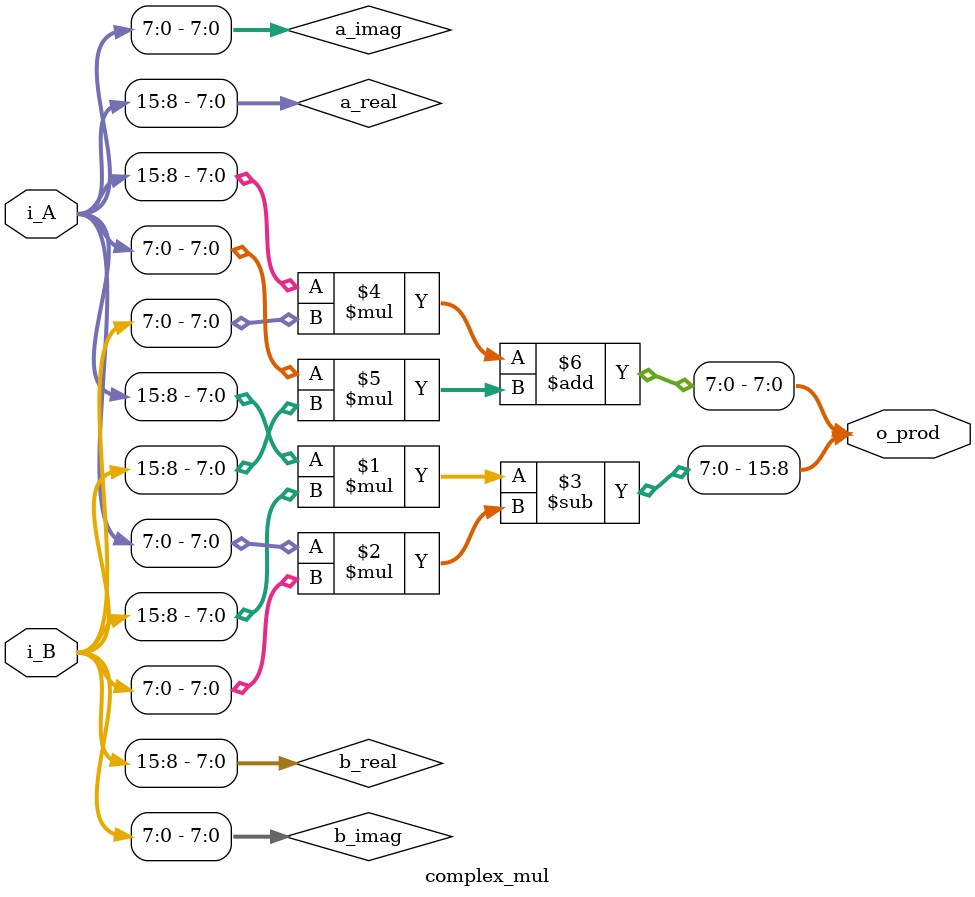
<source format=v>
module complex_mul (
    i_A,
    i_B,
    o_prod
);

input wire [15:0] i_A, i_B;
output wire [15:0] o_prod;

// Intermediate wires
wire [7:0] a_real = i_A[15:8];
wire [7:0] a_imag = i_A[7:0];

wire [7:0] b_real = i_B[15:8];
wire [7:0] b_imag = i_B[7:0];

// Simple complex multiplication
assign o_prod[15:8] = (a_real * b_real) - (a_imag * b_imag);
assign o_prod[7:0] = (a_real * b_imag) + (a_imag * b_real);

endmodule

</source>
